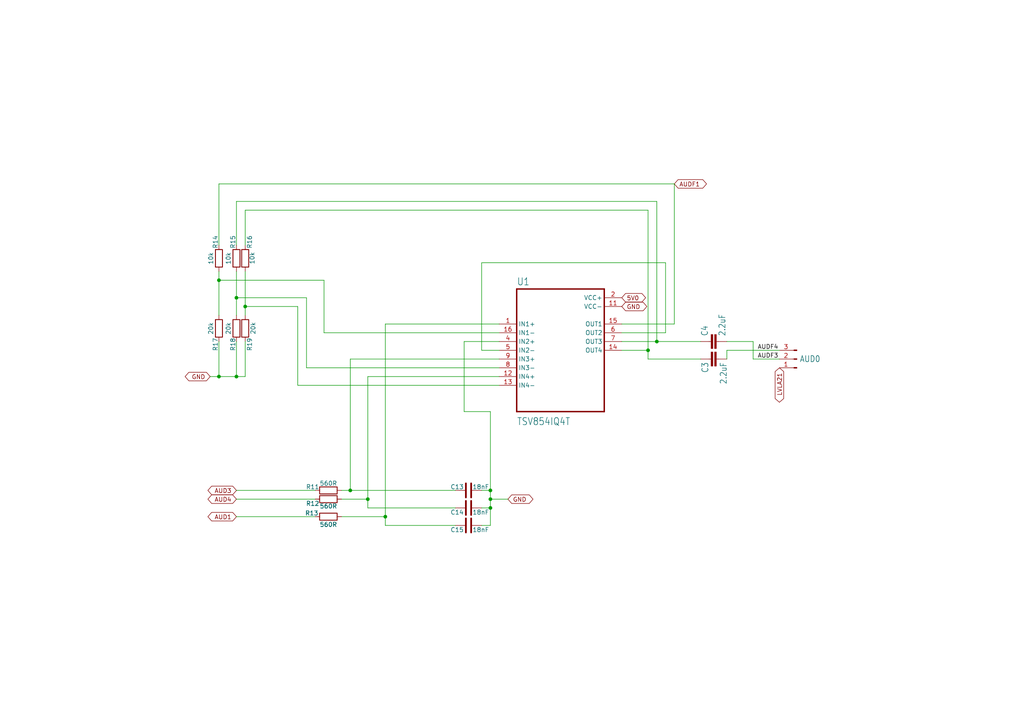
<source format=kicad_sch>
(kicad_sch (version 20231120) (generator "eeschema") (generator_version "8.0")
  (paper "A4")
  (lib_symbols
    (symbol "Connector:Conn_01x03_Pin" (pin_names (offset 1.016) hide)
      (property "Reference" "J" (at 0 5.08 0))
      (property "Value" "Conn_01x03_Pin" (at 0 -5.08 0))
      (symbol "Conn_01x03_Pin_1_1"
        (polyline (pts (xy 1.27 -2.54) (xy 0.8636 -2.54)) (stroke (width 0.1524)))
        (polyline (pts (xy 1.27 0) (xy 0.8636 0)) (stroke (width 0.1524)))
        (polyline (pts (xy 1.27 2.54) (xy 0.8636 2.54)) (stroke (width 0.1524)))
        (rectangle (start 0.8636 -2.413) (end 0 -2.667) (stroke (width 0.1524)) (fill (type outline)))
        (rectangle (start 0.8636 0.127) (end 0 -0.127) (stroke (width 0.1524)) (fill (type outline)))
        (rectangle (start 0.8636 2.667) (end 0 2.413) (stroke (width 0.1524)) (fill (type outline)))
        (pin passive line (at 5.08 2.54 180) (length 3.81) (name "Pin_1") (number "1"))
        (pin passive line (at 5.08 0 180) (length 3.81) (name "Pin_2") (number "2"))
        (pin passive line (at 5.08 -2.54 180) (length 3.81) (name "Pin_3") (number "3"))
      )
    )
    (symbol "Device:C" (pin_numbers hide) (pin_names (offset 0.254))
      (property "Reference" "C" (at 0.635 2.54 0))
      (property "Value" "C" (at 0.635 -2.54 0))
      (symbol "C_0_1"
        (polyline (pts (xy -2.032 -0.762) (xy 2.032 -0.762)) (stroke (width 0.508)))
        (polyline (pts (xy -2.032 0.762) (xy 2.032 0.762)) (stroke (width 0.508)))
      )
      (symbol "C_1_1"
        (pin passive line (at 0 3.81 270) (length 2.794) (name "~") (number "1"))
        (pin passive line (at 0 -3.81 90) (length 2.794) (name "~") (number "2"))
      )
    )
    (symbol "Device:R" (pin_numbers hide) (pin_names (offset 0))
      (property "Reference" "R" (at 2.032 0 90))
      (property "Value" "R" (at 0 0 90))
      (symbol "R_0_1"
        (rectangle (start -1.016 -2.54) (end 1.016 2.54) (stroke (width 0.254)))
      )
      (symbol "R_1_1"
        (pin passive line (at 0 3.81 270) (length 1.27) (name "~") (number "1"))
        (pin passive line (at 0 -3.81 90) (length 1.27) (name "~") (number "2"))
      )
    )
    (symbol "pokeymax4-eagle-import:C-EUC0402"
      (property "Reference" "C" (at 1.524 0.381 0))
      (symbol "C-EUC0402_1_0"
        (rectangle (start -2.032 -2.032) (end 2.032 -1.524) (fill (type outline)))
        (rectangle (start -2.032 -1.016) (end 2.032 -0.508) (fill (type outline)))
        (polyline (pts (xy 0 -2.54) (xy 0 -2.032)) (stroke (width 0.1524)))
        (polyline (pts (xy 0 0) (xy 0 -0.508)) (stroke (width 0.1524)))
        (pin passive line (at 0 2.54 270) (length 2.54) (name "1") (number "1"))
        (pin passive line (at 0 -5.08 90) (length 2.54) (name "2") (number "2"))
      )
    )
    (symbol "pokeymax4-eagle-import:TSV854IQ4T"
      (property "Reference" "U" (at -12.7 18.78 0))
      (symbol "TSV854IQ4T_1_0"
        (polyline (pts (xy -12.7 -17.78) (xy -12.7 17.78)) (stroke (width 0.41)))
        (polyline (pts (xy -12.7 17.78) (xy 12.7 17.78)) (stroke (width 0.41)))
        (polyline (pts (xy 12.7 -17.78) (xy -12.7 -17.78)) (stroke (width 0.41)))
        (polyline (pts (xy 12.7 17.78) (xy 12.7 -17.78)) (stroke (width 0.41)))
        (pin input line (at -17.78 7.62 0) (length 5.08) (name "IN1+") (number "1"))
        (pin power_in line (at 17.78 12.7 180) (length 5.08) (name "VCC-") (number "11"))
        (pin input line (at -17.78 -7.62 0) (length 5.08) (name "IN4+") (number "12"))
        (pin input line (at -17.78 -10.16 0) (length 5.08) (name "IN4-") (number "13"))
        (pin output line (at 17.78 0 180) (length 5.08) (name "OUT4") (number "14"))
        (pin output line (at 17.78 7.62 180) (length 5.08) (name "OUT1") (number "15"))
        (pin input line (at -17.78 5.08 0) (length 5.08) (name "IN1-") (number "16"))
        (pin power_in line (at 17.78 15.24 180) (length 5.08) (name "VCC+") (number "2"))
        (pin input line (at -17.78 2.54 0) (length 5.08) (name "IN2+") (number "4"))
        (pin input line (at -17.78 0 0) (length 5.08) (name "IN2-") (number "5"))
        (pin output line (at 17.78 5.08 180) (length 5.08) (name "OUT2") (number "6"))
        (pin output line (at 17.78 2.54 180) (length 5.08) (name "OUT3") (number "7"))
        (pin input line (at -17.78 -5.08 0) (length 5.08) (name "IN3-") (number "8"))
        (pin input line (at -17.78 -2.54 0) (length 5.08) (name "IN3+") (number "9"))
      )
    )
  )
  (junction (at 101.6 142.24))
  (junction (at 142.24 142.24))
  (junction (at 111.76 149.86))
  (junction (at 190.5 99.06))
  (junction (at 63.5 81.28))
  (junction (at 187.96 101.6))
  (junction (at 68.58 109.22))
  (junction (at 106.68 144.78))
  (junction (at 142.24 147.32))
  (junction (at 68.58 86.36))
  (junction (at 142.24 144.78))
  (junction (at 71.12 88.9))
  (junction (at 63.5 109.22))
  (wire (pts (xy 111.76 93.98) (xy 111.76 149.86)) (stroke (width 0.1524)))
  (wire (pts (xy 68.58 142.24) (xy 91.44 142.24)) (stroke (width 0.1524)))
  (wire (pts (xy 193.04 76.2) (xy 193.04 96.52)) (stroke (width 0.1524)))
  (wire (pts (xy 144.78 111.76) (xy 86.36 111.76)) (stroke (width 0.1524)))
  (wire (pts (xy 144.78 96.52) (xy 93.98 96.52)) (stroke (width 0.1524)))
  (wire (pts (xy 111.76 149.86) (xy 99.06 149.86)) (stroke (width 0.1524)))
  (wire (pts (xy 187.96 104.14) (xy 187.96 101.6)) (stroke (width 0.1524)))
  (wire (pts (xy 71.12 91.44) (xy 71.12 88.9)) (stroke (width 0.1524)))
  (wire (pts (xy 142.24 152.4) (xy 139.7 152.4)) (stroke (width 0.1524)))
  (wire (pts (xy 71.12 99.06) (xy 71.12 109.22)) (stroke (width 0.1524)))
  (wire (pts (xy 106.68 109.22) (xy 106.68 144.78)) (stroke (width 0.1524)))
  (wire (pts (xy 218.44 99.06) (xy 218.44 104.14)) (stroke (width 0.1524)))
  (wire (pts (xy 63.5 53.34) (xy 63.5 71.12)) (stroke (width 0.1524)))
  (wire (pts (xy 142.24 119.38) (xy 142.24 142.24)) (stroke (width 0.1524)))
  (wire (pts (xy 63.5 81.28) (xy 63.5 91.44)) (stroke (width 0.1524)))
  (wire (pts (xy 203.2 99.06) (xy 190.5 99.06)) (stroke (width 0.1524)))
  (wire (pts (xy 195.58 53.34) (xy 195.58 93.98)) (stroke (width 0.1524)))
  (wire (pts (xy 187.96 104.14) (xy 203.2 104.14)) (stroke (width 0.1524)))
  (wire (pts (xy 132.08 147.32) (xy 106.68 147.32)) (stroke (width 0.1524)))
  (wire (pts (xy 63.5 109.22) (xy 60.96 109.22)) (stroke (width 0.1524)))
  (wire (pts (xy 86.36 88.9) (xy 71.12 88.9)) (stroke (width 0.1524)))
  (wire (pts (xy 210.82 101.6) (xy 226.06 101.6)))
  (wire (pts (xy 68.58 99.06) (xy 68.58 109.22)) (stroke (width 0.1524)))
  (wire (pts (xy 187.96 60.96) (xy 187.96 101.6)) (stroke (width 0.1524)))
  (wire (pts (xy 88.9 106.68) (xy 88.9 86.36)) (stroke (width 0.1524)))
  (wire (pts (xy 210.82 99.06) (xy 218.44 99.06)) (stroke (width 0.1524)))
  (wire (pts (xy 68.58 144.78) (xy 91.44 144.78)) (stroke (width 0.1524)))
  (wire (pts (xy 180.34 101.6) (xy 187.96 101.6)) (stroke (width 0.1524)))
  (wire (pts (xy 68.58 149.86) (xy 91.44 149.86)) (stroke (width 0.1524)))
  (wire (pts (xy 190.5 58.42) (xy 68.58 58.42)) (stroke (width 0.1524)))
  (wire (pts (xy 144.78 101.6) (xy 139.7 101.6)) (stroke (width 0.1524)))
  (wire (pts (xy 139.7 76.2) (xy 193.04 76.2)) (stroke (width 0.1524)))
  (wire (pts (xy 142.24 142.24) (xy 142.24 144.78)) (stroke (width 0.1524)))
  (wire (pts (xy 139.7 101.6) (xy 139.7 76.2)) (stroke (width 0.1524)))
  (wire (pts (xy 68.58 86.36) (xy 68.58 91.44)) (stroke (width 0.1524)))
  (wire (pts (xy 134.62 99.06) (xy 134.62 119.38)) (stroke (width 0.1524)))
  (wire (pts (xy 106.68 144.78) (xy 99.06 144.78)) (stroke (width 0.1524)))
  (wire (pts (xy 142.24 144.78) (xy 147.32 144.78)) (stroke (width 0.1524)))
  (wire (pts (xy 63.5 53.34) (xy 195.58 53.34)) (stroke (width 0.1524)))
  (wire (pts (xy 144.78 93.98) (xy 111.76 93.98)) (stroke (width 0.1524)))
  (wire (pts (xy 139.7 147.32) (xy 142.24 147.32)) (stroke (width 0.1524)))
  (wire (pts (xy 144.78 104.14) (xy 101.6 104.14)) (stroke (width 0.1524)))
  (wire (pts (xy 218.44 104.14) (xy 226.06 104.14)) (stroke (width 0.1524)))
  (wire (pts (xy 132.08 152.4) (xy 111.76 152.4)) (stroke (width 0.1524)))
  (wire (pts (xy 63.5 99.06) (xy 63.5 109.22)) (stroke (width 0.1524)))
  (wire (pts (xy 93.98 81.28) (xy 93.98 96.52)) (stroke (width 0.1524)))
  (wire (pts (xy 195.58 93.98) (xy 180.34 93.98)) (stroke (width 0.1524)))
  (wire (pts (xy 101.6 142.24) (xy 101.6 104.14)) (stroke (width 0.1524)))
  (wire (pts (xy 187.96 60.96) (xy 71.12 60.96)) (stroke (width 0.1524)))
  (wire (pts (xy 134.62 119.38) (xy 142.24 119.38)) (stroke (width 0.1524)))
  (wire (pts (xy 63.5 109.22) (xy 68.58 109.22)) (stroke (width 0.1524)))
  (wire (pts (xy 88.9 86.36) (xy 68.58 86.36)) (stroke (width 0.1524)))
  (wire (pts (xy 111.76 152.4) (xy 111.76 149.86)) (stroke (width 0.1524)))
  (wire (pts (xy 190.5 99.06) (xy 180.34 99.06)) (stroke (width 0.1524)))
  (wire (pts (xy 86.36 111.76) (xy 86.36 88.9)) (stroke (width 0.1524)))
  (wire (pts (xy 68.58 58.42) (xy 68.58 71.12)) (stroke (width 0.1524)))
  (wire (pts (xy 142.24 147.32) (xy 142.24 144.78)) (stroke (width 0.1524)))
  (wire (pts (xy 71.12 60.96) (xy 71.12 71.12)) (stroke (width 0.1524)))
  (wire (pts (xy 71.12 88.9) (xy 71.12 78.74)) (stroke (width 0.1524)))
  (wire (pts (xy 142.24 147.32) (xy 142.24 152.4)) (stroke (width 0.1524)))
  (wire (pts (xy 139.7 142.24) (xy 142.24 142.24)) (stroke (width 0.1524)))
  (wire (pts (xy 68.58 78.74) (xy 68.58 86.36)) (stroke (width 0.1524)))
  (wire (pts (xy 63.5 78.74) (xy 63.5 81.28)) (stroke (width 0.1524)))
  (wire (pts (xy 63.5 81.28) (xy 93.98 81.28)) (stroke (width 0.1524)))
  (wire (pts (xy 180.34 96.52) (xy 193.04 96.52)) (stroke (width 0.1524)))
  (wire (pts (xy 210.82 104.14) (xy 210.82 101.6)))
  (wire (pts (xy 101.6 142.24) (xy 132.08 142.24)) (stroke (width 0.1524)))
  (wire (pts (xy 144.78 106.68) (xy 88.9 106.68)) (stroke (width 0.1524)))
  (wire (pts (xy 144.78 99.06) (xy 134.62 99.06)) (stroke (width 0.1524)))
  (wire (pts (xy 106.68 147.32) (xy 106.68 144.78)) (stroke (width 0.1524)))
  (wire (pts (xy 71.12 109.22) (xy 68.58 109.22)) (stroke (width 0.1524)))
  (wire (pts (xy 99.06 142.24) (xy 101.6 142.24)) (stroke (width 0.1524)))
  (wire (pts (xy 190.5 99.06) (xy 190.5 58.42)) (stroke (width 0.1524)))
  (wire (pts (xy 106.68 109.22) (xy 144.78 109.22)) (stroke (width 0.1524)))
  (label "AUDF4" (at 219.71 101.6 0) (effects (font (size 1.2446 1.2446))))
  (label "AUDF3" (at 219.71 104.14 0) (effects (font (size 1.2446 1.2446))))
  (global_label "AUD3" (shape bidirectional) (at 68.58 142.24 180) (effects (font (size 1.2446 1.2446))) (property "Intersheetrefs" "${INTERSHEET_REFS}" (effects (hide yes))))
  (global_label "LVLA21" (shape bidirectional) (at 226.06 106.68 270) (effects (font (size 1.2446 1.2446))) (property "Intersheetrefs" "${INTERSHEET_REFS}" (effects (hide yes))))
  (global_label "5V0" (shape bidirectional) (at 180.34 86.36 0) (effects (font (size 1.2446 1.2446))) (property "Intersheetrefs" "${INTERSHEET_REFS}" (effects (hide yes))))
  (global_label "GND" (shape bidirectional) (at 180.34 88.9 0) (effects (font (size 1.2446 1.2446))) (property "Intersheetrefs" "${INTERSHEET_REFS}" (effects (hide yes))))
  (global_label "AUDF1" (shape bidirectional) (at 195.58 53.34 0) (effects (font (size 1.2446 1.2446))) (property "Intersheetrefs" "${INTERSHEET_REFS}" (effects (hide yes))))
  (global_label "GND" (shape bidirectional) (at 147.32 144.78 0) (effects (font (size 1.2446 1.2446))) (property "Intersheetrefs" "${INTERSHEET_REFS}" (effects (hide yes))))
  (global_label "AUD4" (shape bidirectional) (at 68.58 144.78 180) (effects (font (size 1.2446 1.2446))) (property "Intersheetrefs" "${INTERSHEET_REFS}" (effects (hide yes))))
  (global_label "AUD1" (shape bidirectional) (at 68.58 149.86 180) (effects (font (size 1.2446 1.2446))) (property "Intersheetrefs" "${INTERSHEET_REFS}" (effects (hide yes))))
  (global_label "GND" (shape bidirectional) (at 60.96 109.22 180) (effects (font (size 1.2446 1.2446))) (property "Intersheetrefs" "${INTERSHEET_REFS}" (effects (hide yes))))
  (symbol (lib_id "Device:R") (at 63.5 95.25 0) (unit 1)
    (property "Reference" "R17" (at 62.484 101.854 90) (effects (justify left)))
    (property "Value" "20k" (at 61.1618 97.0915 90) (effects (justify left)))
    (property "Footprint" "Resistor_SMD:R_0402_1005Metric" (effects (hide yes)))
    (property "Description" "Resistor" (effects (hide yes)))
    (property "LCSC Part #" "C25545" (effects (hide yes)))
  )
  (symbol (lib_id "Device:R") (at 63.5 74.93 0) (unit 1)
    (property "Reference" "R14" (at 62.484 72.136 90) (effects (justify left)))
    (property "Value" "10k" (at 61.1618 76.7715 90) (effects (justify left)))
    (property "Footprint" "Resistor_SMD:R_0402_1005Metric" (effects (hide yes)))
    (property "Description" "Resistor" (effects (hide yes)))
    (property "LCSC Part #" "C2906885" (effects (hide yes)))
  )
  (symbol (lib_id "pokeymax4-eagle-import:TSV854IQ4T") (at 162.56 101.6 0) (unit 1)
    (property "Reference" "U1" (at 149.86 82.82 0) (effects (font (size 2.0828 1.7703)) (justify left bottom)))
    (property "Value" "TSV854IQ4T" (at 149.86 123.38 0) (effects (font (size 2.0828 1.7703)) (justify left bottom)))
    (property "Footprint" "Package_DFN_QFN:VQFN-16-1EP_3x3mm_P0.5mm_EP1.1x1.1mm" (effects (hide yes)))
    (property "LCSC Part #" "C183029" (effects (hide yes)))
  )
  (symbol (lib_id "Connector:Conn_01x03_Pin") (at 231.14 104.14 180) (unit 1) (in_bom no)
    (property "Reference" "AUD0" (at 237.998 103.124 0) (effects (font (size 1.778 1.5113)) (justify left bottom)))
    (property "Value" "PINHD-2X2" (effects (hide yes)))
    (property "Footprint" "Connector_PinHeader_2.54mm:PinHeader_1x03_P2.54mm_Vertical" (effects (hide yes)))
    (property "Description" "Generic connector, single row, 01x03, script generated" (effects (hide yes)))
  )
  (symbol (lib_id "Device:R") (at 95.25 149.86 90) (unit 1)
    (property "Reference" "R13" (at 90.424 148.844 90))
    (property "Value" "560R" (at 95.25 152.146 90))
    (property "Footprint" "Resistor_SMD:R_0402_1005Metric" (effects (hide yes)))
    (property "Description" "Resistor" (effects (hide yes)))
    (property "LCSC Part #" "C2909370" (effects (hide yes)))
  )
  (symbol (lib_id "Device:C") (at 135.89 142.24 90) (unit 1)
    (property "Reference" "C13" (at 132.588 141.224 90))
    (property "Value" "18nF" (at 139.446 141.224 90))
    (property "Footprint" "Capacitor_SMD:C_0402_1005Metric" (effects (hide yes)))
    (property "Description" "Unpolarized capacitor" (effects (hide yes)))
    (property "LCSC Part #" "C576736" (effects (hide yes)))
  )
  (symbol (lib_id "Device:C") (at 135.89 147.32 90) (unit 1)
    (property "Reference" "C14" (at 132.588 148.59 90))
    (property "Value" "18nF" (at 139.446 148.59 90))
    (property "Footprint" "Capacitor_SMD:C_0402_1005Metric" (effects (hide yes)))
    (property "Description" "Unpolarized capacitor" (effects (hide yes)))
    (property "LCSC Part #" "C576736" (effects (hide yes)))
  )
  (symbol (lib_id "Device:R") (at 68.58 74.93 0) (unit 1)
    (property "Reference" "R15" (at 67.564 72.136 90) (effects (justify left)))
    (property "Value" "10k" (at 66.2418 76.7715 90) (effects (justify left)))
    (property "Footprint" "Resistor_SMD:R_0402_1005Metric" (effects (hide yes)))
    (property "Description" "Resistor" (effects (hide yes)))
    (property "LCSC Part #" "C2906885" (effects (hide yes)))
  )
  (symbol (lib_id "pokeymax4-eagle-import:C-EUC0402") (at 205.74 104.14 90) (unit 1)
    (property "Reference" "C3" (at 205.486 108.204 0) (effects (font (size 1.778 1.5113)) (justify left bottom)))
    (property "Value" "2.2uF" (at 210.82 111.506 0) (effects (font (size 1.778 1.5113)) (justify left bottom)))
    (property "Footprint" "Capacitor_SMD:C_0402_1005Metric" (effects (hide yes)))
    (property "LCSC Part #" "C12530" (effects (hide yes)))
  )
  (symbol (lib_id "Device:C") (at 135.89 152.4 90) (unit 1)
    (property "Reference" "C15" (at 132.588 153.67 90))
    (property "Value" "18nF" (at 139.446 153.67 90))
    (property "Footprint" "Capacitor_SMD:C_0402_1005Metric" (effects (hide yes)))
    (property "Description" "Unpolarized capacitor" (effects (hide yes)))
    (property "LCSC Part #" "C576736" (effects (hide yes)))
  )
  (symbol (lib_id "Device:R") (at 71.12 74.93 0) (unit 1)
    (property "Reference" "R16" (at 72.39 72.136 90) (effects (justify left)))
    (property "Value" "10k" (at 73.152 76.708 90) (effects (justify left)))
    (property "Footprint" "Resistor_SMD:R_0402_1005Metric" (effects (hide yes)))
    (property "Description" "Resistor" (effects (hide yes)))
    (property "LCSC Part #" "C2906885" (effects (hide yes)))
  )
  (symbol (lib_id "Device:R") (at 68.58 95.25 0) (unit 1)
    (property "Reference" "R18" (at 67.564 101.854 90) (effects (justify left)))
    (property "Value" "20k" (at 66.2418 97.0915 90) (effects (justify left)))
    (property "Footprint" "Resistor_SMD:R_0402_1005Metric" (effects (hide yes)))
    (property "Description" "Resistor" (effects (hide yes)))
    (property "LCSC Part #" "C25545" (effects (hide yes)))
  )
  (symbol (lib_id "Device:R") (at 71.12 95.25 0) (unit 1)
    (property "Reference" "R19" (at 72.39 101.854 90) (effects (justify left)))
    (property "Value" "20k" (at 73.406 97.028 90) (effects (justify left)))
    (property "Footprint" "Resistor_SMD:R_0402_1005Metric" (effects (hide yes)))
    (property "Description" "Resistor" (effects (hide yes)))
    (property "LCSC Part #" "C25545" (effects (hide yes)))
  )
  (symbol (lib_id "Device:R") (at 95.25 142.24 90) (unit 1)
    (property "Reference" "R11" (at 90.678 141.224 90))
    (property "Value" "560R" (at 95.25 140.208 90))
    (property "Footprint" "Resistor_SMD:R_0402_1005Metric" (effects (hide yes)))
    (property "Description" "Resistor" (effects (hide yes)))
    (property "LCSC Part #" "C2909370" (effects (hide yes)))
  )
  (symbol (lib_id "Device:R") (at 95.25 144.78 90) (unit 1)
    (property "Reference" "R12" (at 90.678 146.05 90))
    (property "Value" "560R" (at 95.25 146.812 90))
    (property "Footprint" "Resistor_SMD:R_0402_1005Metric" (effects (hide yes)))
    (property "Description" "Resistor" (effects (hide yes)))
    (property "LCSC Part #" "C2909370" (effects (hide yes)))
  )
  (symbol (lib_id "pokeymax4-eagle-import:C-EUC0402") (at 205.74 99.06 90) (unit 1)
    (property "Reference" "C4" (at 205.359 97.536 0) (effects (font (size 1.778 1.5113)) (justify left bottom)))
    (property "Value" "2.2uF" (at 210.439 97.536 0) (effects (font (size 1.778 1.5113)) (justify left bottom)))
    (property "Footprint" "Capacitor_SMD:C_0402_1005Metric" (effects (hide yes)))
    (property "LCSC Part #" "C12530" (effects (hide yes)))
  )
)
</source>
